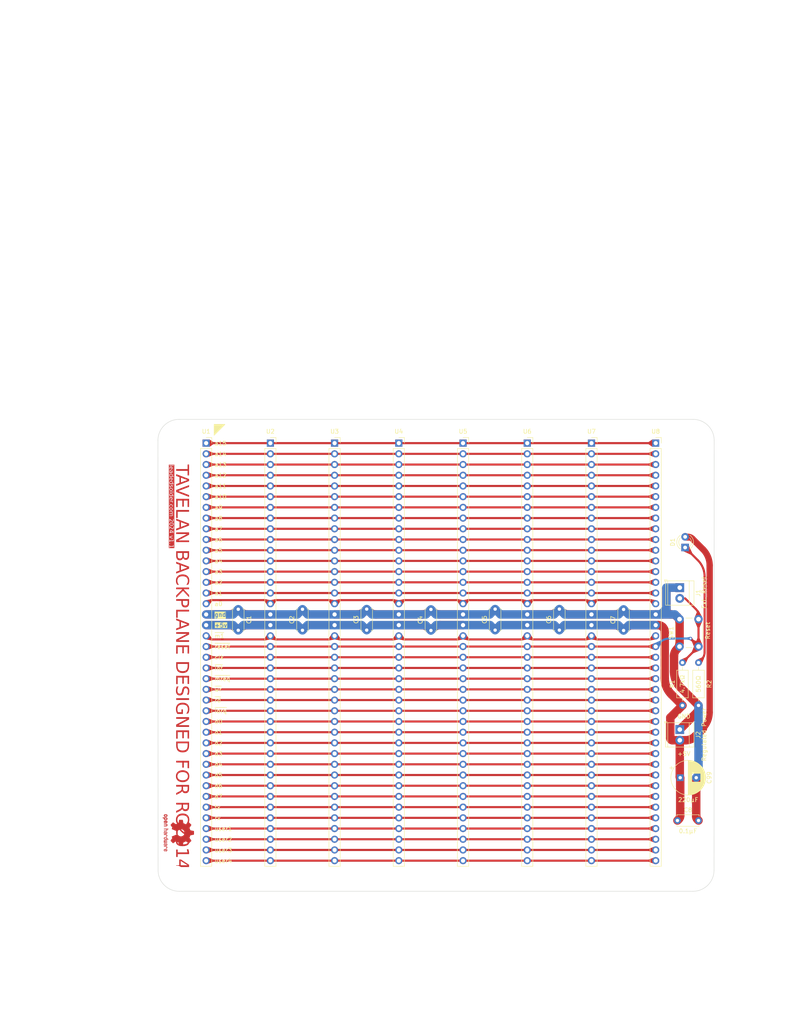
<source format=kicad_pcb>
(kicad_pcb (version 20240108) (generator "pcbnew") (generator_version "8.0")
  (layers (0 "F.Cu" signal) (31 "B.Cu" signal) (34 "B.Paste" user) (35 "F.Paste" user) (36 "B.SilkS" user "B.Silkscreen") (37 "F.SilkS" user "F.Silkscreen") (38 "B.Mask" user) (39 "F.Mask" user) (44 "Edge.Cuts" user))
  (net 0 "")
  (net 1 "GND")
  (net 2 "+5V")
  (net 3 "/~{RESET}")
  (net 4 "/User4")
  (net 5 "/User3")
  (net 6 "/User2")
  (net 7 "/User1")
  (net 8 "/RX")
  (net 9 "/TX")
  (net 10 "/d7")
  (net 11 "/d6")
  (net 12 "/d5")
  (net 13 "/d4")
  (net 14 "/d3")
  (net 15 "/d2")
  (net 16 "/d1")
  (net 17 "/d0")
  (net 18 "/~{IORQ}")
  (net 19 "/~{RD}")
  (net 20 "/~{WR}")
  (net 21 "/~{MREQ}")
  (net 22 "/~{INT}")
  (net 23 "/CLK")
  (net 24 "/~{M1}")
  (net 25 "/a0")
  (net 26 "/a1")
  (net 27 "/a2")
  (net 28 "/a3")
  (net 29 "/a4")
  (net 30 "/a5")
  (net 31 "/a6")
  (net 32 "/a7")
  (net 33 "/a8")
  (net 34 "/a9")
  (net 35 "/a10")
  (net 36 "/a11")
  (net 37 "/a12")
  (net 38 "/a13")
  (net 39 "/a14")
  (net 40 "/a15")
  (net 41 "Net-(D1-K)")
  (footprint "MountingHole:MountingHole_3.2mm_M3_DIN965" (layer "F.Cu") (at 84.5 142.5)
    (property "Reference" "REF**" (hide yes))
    (property "Value" "MountingHole_3.2mm_M3_DIN965")
  )
  (footprint "Capacitor_THT:C_Disc_D5.0mm_W2.5mm_P5.00mm" (layer "F.Cu") (at 99.06 85.05 90)
    (property "Reference" "C1")
    (property "Value" "0.1µF")
  )
  (footprint "LED_THT:LED_D3.0mm" (layer "F.Cu") (at 205.105 65.405 90)
    (property "Reference" "D1")
    (property "Value" "LED")
  )
  (footprint "TerminalBlock_TE-Connectivity:TerminalBlock_TE_282834-2_1x02_P2.54mm_Horizontal" (layer "F.Cu") (at 203.835 108.585 -90)
    (property "Reference" "J2")
    (property "Value" "Regulated_Power")
  )
  (footprint "TerminalBlock_TE-Connectivity:TerminalBlock_TE_282834-2_1x02_P2.54mm_Horizontal" (layer "F.Cu") (at 203.835 74.93 -90)
    (property "Reference" "J1")
    (property "Value" "Alternate_Reset")
  )
  (footprint "Capacitor_THT:C_Disc_D5.0mm_W2.5mm_P5.00mm" (layer "F.Cu") (at 160.02 85.01 90)
    (property "Reference" "C5")
    (property "Value" "0.1µF")
  )
  (footprint "Capacitor_THT:C_Disc_D5.0mm_W2.5mm_P5.00mm" (layer "F.Cu") (at 114.3 85.05 90)
    (property "Reference" "C2")
    (property "Value" "0.1µF")
  )
  (footprint "Symbol:OSHW-Logo2_9.8x8mm_Copper" (layer "F.Cu") (at 84.836 133.096 -90)
    (property "Reference" "REF**" (hide yes))
    (property "Value" "OSHW-Logo2_9.8x8mm_Copper" (hide yes))
  )
  (footprint "Capacitor_THT:C_Disc_D5.0mm_W2.5mm_P5.00mm" (layer "F.Cu") (at 144.78 85.09 90)
    (property "Reference" "C4")
    (property "Value" "0.1µF")
  )
  (footprint "Capacitor_THT:CP_Radial_D8.0mm_P3.80mm" (layer "F.Cu") (at 203.937349 120.015)
    (property "Reference" "C99")
    (property "Value" "220µF")
  )
  (footprint "Capacitor_THT:C_Disc_D5.0mm_W2.5mm_P5.00mm" (layer "F.Cu") (at 129.54 85.01 90)
    (property "Reference" "C3")
    (property "Value" "0.1µF")
  )
  (footprint "Connector_PinSocket_2.54mm:PinSocket_1x40_P2.54mm_Vertical" (layer "F.Cu") (at 167.64 40.64)
    (property "Reference" "U6")
    (property "Value" "~")
  )
  (footprint "Connector_PinSocket_2.54mm:PinSocket_1x40_P2.54mm_Vertical" (layer "F.Cu") (at 106.68 40.64)
    (property "Reference" "U2")
    (property "Value" "~")
  )
  (footprint "Resistor_THT:R_Axial_DIN0207_L6.3mm_D2.5mm_P10.16mm_Horizontal" (layer "F.Cu") (at 204.47 102.87 90)
    (property "Reference" "R1")
    (property "Value" "4.7kΩ")
  )
  (footprint "Connector_PinSocket_2.54mm:PinSocket_1x40_P2.54mm_Vertical" (layer "F.Cu") (at 91.44 40.64)
    (property "Reference" "U1")
    (property "Value" "~")
  )
  (footprint "Capacitor_THT:C_Disc_D5.0mm_W2.5mm_P5.00mm" (layer "F.Cu") (at 190.5 85.09 90)
    (property "Reference" "C7")
    (property "Value" "0.1µF")
  )
  (footprint "Capacitor_THT:C_Disc_D5.0mm_W2.5mm_P5.00mm" (layer "F.Cu") (at 175.26 85.01 90)
    (property "Reference" "C6")
    (property "Value" "0.1µF")
  )
  (footprint "Capacitor_THT:C_Disc_D5.0mm_W2.5mm_P5.00mm" (layer "F.Cu") (at 203.28 130.175)
    (property "Reference" "C8")
    (property "Value" "0.1µF")
  )
  (footprint "MountingHole:MountingHole_3.2mm_M3_DIN965" (layer "F.Cu") (at 207.5 39.5)
    (property "Reference" "REF**" (hide yes))
    (property "Value" "MountingHole_3.2mm_M3_DIN965")
  )
  (footprint "MountingHole:MountingHole_3.2mm_M3_DIN965" (layer "F.Cu") (at 207.5 142.5)
    (property "Reference" "REF**" (hide yes))
    (property "Value" "MountingHole_3.2mm_M3_DIN965")
  )
  (footprint "MountingHole:MountingHole_3.2mm_M3_DIN965" (layer "F.Cu") (at 84.5 39.5)
    (property "Reference" "REF**" (hide yes))
    (property "Value" "MountingHole_3.2mm_M3_DIN965")
  )
  (footprint "Connector_PinSocket_2.54mm:PinSocket_1x40_P2.54mm_Vertical" (layer "F.Cu") (at 152.4 40.64)
    (property "Reference" "U5")
    (property "Value" "~")
  )
  (footprint "Resistor_THT:R_Axial_DIN0207_L6.3mm_D2.5mm_P10.16mm_Horizontal" (layer "F.Cu") (at 208.28 102.87 90)
    (property "Reference" "R2")
    (property "Value" "560Ω")
  )
  (footprint "Connector_PinSocket_2.54mm:PinSocket_1x40_P2.54mm_Vertical" (layer "F.Cu") (at 137.16 40.64)
    (property "Reference" "U4")
    (property "Value" "~")
  )
  (footprint "Connector_PinSocket_2.54mm:PinSocket_1x40_P2.54mm_Vertical" (layer "F.Cu") (at 121.92 40.64)
    (property "Reference" "U3")
    (property "Value" "~")
  )
  (footprint "Button_Switch_THT:SW_PUSH_6mm" (layer "F.Cu") (at 203.78 88.9 90)
    (property "Reference" "SW1")
    (property "Value" "Reset")
  )
  (footprint "Connector_PinSocket_2.54mm:PinSocket_1x40_P2.54mm_Vertical" (layer "F.Cu") (at 182.88 40.64)
    (property "Reference" "U7")
    (property "Value" "~")
  )
  (footprint "Connector_PinSocket_2.54mm:PinSocket_1x40_P2.54mm_Vertical" (layer "F.Cu") (at 198.12 40.64)
    (property "Reference" "U8")
    (property "Value" "~")
  )
  (gr_poly (pts (xy 93.345 38.735) (xy 93.345 36.195) (xy 95.885 36.195)) (stroke (width 0.15)) (fill solid) (layer "F.SilkS"))
  (gr_line (start 85.035534 146.964466) (end 206.964466 146.964466) (stroke (width 0.1)) (layer "Edge.Cuts"))
  (gr_line (start 207 35) (end 85 35) (stroke (width 0.1)) (layer "Edge.Cuts"))
  (gr_line (start 211.964466 141.964466) (end 212 40) (stroke (width 0.1)) (layer "Edge.Cuts"))
  (gr_arc (start 85.035534 146.964466) (mid 81.5 145.5) (end 80.035534 141.964466) (stroke (width 0.1)) (layer "Edge.Cuts"))
  (gr_arc (start 211.964466 141.964466) (mid 210.5 145.5) (end 206.964466 146.964466) (stroke (width 0.1)) (layer "Edge.Cuts"))
  (gr_line (start 80 40) (end 80.035534 141.964466) (stroke (width 0.1)) (layer "Edge.Cuts"))
  (gr_arc (start 207 35) (mid 210.535534 36.464466) (end 212 40) (stroke (width 0.1)) (layer "Edge.Cuts"))
  (gr_arc (start 80 40) (mid 81.464466 36.464466) (end 85 35) (stroke (width 0.1)) (layer "Edge.Cuts"))
  (gr_text "leadedsolder.com 2024 v1.1" (at 82.55 45.72 270) (layer "F.Cu" knockout) (effects (font (size 1 1)) (justify left bottom)))
  (gr_text "TAVELAN BACKPLANE DESIGNED FOR RC2014" (at 83.82 45.72 270) (layer "F.Cu") (effects (font (size 3 3)) (justify left bottom)))
  (gr_text "user4" (at 93.345 140.335 0) (layer "F.SilkS") (effects (font (size 1 1)) (justify left bottom)))
  (gr_text "a3" (at 93.345 71.755 0) (layer "F.SilkS") (effects (font (size 1 1)) (justify left bottom)))
  (gr_text "d6" (at 93.345 122.555 0) (layer "F.SilkS") (effects (font (size 1 1)) (justify left bottom)))
  (gr_text "d5" (at 93.345 120.015 0) (layer "F.SilkS") (effects (font (size 1 1)) (justify left bottom)))
  (gr_text "a8" (at 93.345 59.055 0) (layer "F.SilkS") (effects (font (size 1 1)) (justify left bottom)))
  (gr_text "user2" (at 93.345 135.255 0) (layer "F.SilkS") (effects (font (size 1 1)) (justify left bottom)))
  (gr_text "d1" (at 93.345 109.855 0) (layer "F.SilkS") (effects (font (size 1 1)) (justify left bottom)))
  (gr_text "d7" (at 93.345 125.095 0) (layer "F.SilkS") (effects (font (size 1 1)) (justify left bottom)))
  (gr_text "~{wr}" (at 93.345 99.695 0) (layer "F.SilkS") (effects (font (size 1 1)) (justify left bottom)))
  (gr_text "a0" (at 93.345 79.375 0) (layer "F.SilkS") (effects (font (size 1 1)) (justify left bottom)))
  (gr_text "d2" (at 93.345 112.395 0) (layer "F.SilkS") (effects (font (size 1 1)) (justify left bottom)))
  (gr_text "d0" (at 93.345 107.315 0) (layer "F.SilkS") (effects (font (size 1 1)) (justify left bottom)))
  (gr_text "~{reset}" (at 93.345 89.535 0) (layer "F.SilkS") (effects (font (size 1 1)) (justify left bottom)))
  (gr_text "GND" (at 203.2 106.045 0) (layer "F.SilkS") (effects (font (size 1 1)) (justify left bottom)))
  (gr_text "~{mreq}" (at 93.345 97.155 0) (layer "F.SilkS") (effects (font (size 1 1)) (justify left bottom)))
  (gr_text "~{int}" (at 93.345 94.615 0) (layer "F.SilkS") (effects (font (size 1 1)) (justify left bottom)))
  (gr_text "a2" (at 93.345 74.295 0) (layer "F.SilkS") (effects (font (size 1 1)) (justify left bottom)))
  (gr_text "~{iorq}" (at 93.345 104.775 0) (layer "F.SilkS") (effects (font (size 1 1)) (justify left bottom)))
  (gr_text "a13" (at 93.345 46.355 0) (layer "F.SilkS") (effects (font (size 1 1)) (justify left bottom)))
  (gr_text "a4" (at 93.345 69.215 0) (layer "F.SilkS") (effects (font (size 1 1)) (justify left bottom)))
  (gr_text "a15" (at 93.345 41.275 0) (layer "F.SilkS") (effects (font (size 1 1)) (justify left bottom)))
  (gr_text "Ext. Reset" (at 210.185 80.01 90) (layer "F.SilkS") (effects (font (size 1 1)) (justify left bottom)))
  (gr_text "clk" (at 93.345 92.075 0) (layer "F.SilkS") (effects (font (size 1 1)) (justify left bottom)))
  (gr_text "tx" (at 93.345 127.635 0) (layer "F.SilkS") (effects (font (size 1 1)) (justify left bottom)))
  (gr_text "d4" (at 93.345 117.475 0) (layer "F.SilkS") (effects (font (size 1 1)) (justify left bottom)))
  (gr_text "gnd" (at 93.345 81.915 0) (layer "F.SilkS" knockout) (effects (font (size 1 1)) (justify left bottom)))
  (gr_text "~{m1}" (at 93.345 86.995 0) (layer "F.SilkS") (effects (font (size 1 1)) (justify left bottom)))
  (gr_text "a12" (at 93.345 48.895 0) (layer "F.SilkS") (effects (font (size 1 1)) (justify left bottom)))
  (gr_text "a7" (at 93.345 61.595 0) (layer "F.SilkS") (effects (font (size 1 1)) (justify left bottom)))
  (gr_text "a14" (at 93.345 43.815 0) (layer "F.SilkS") (effects (font (size 1 1)) (justify left bottom)))
  (gr_text "~{rd}" (at 93.345 102.235 0) (layer "F.SilkS") (effects (font (size 1 1)) (justify left bottom)))
  (gr_text "a10" (at 93.345 53.975 0) (layer "F.SilkS") (effects (font (size 1 1)) (justify left bottom)))
  (gr_text "a9" (at 93.345 56.515 0) (layer "F.SilkS") (effects (font (size 1 1)) (justify left bottom)))
  (gr_text "user3" (at 93.345 137.795 0) (layer "F.SilkS") (effects (font (size 1 1)) (justify left bottom)))
  (gr_text "user1" (at 93.345 132.715 0) (layer "F.SilkS") (effects (font (size 1 1)) (justify left bottom)))
  (gr_text "+5V" (at 203.2 114.935 0) (layer "F.SilkS") (effects (font (size 1 1)) (justify left bottom)))
  (gr_text "a1" (at 93.345 76.835 0) (layer "F.SilkS") (effects (font (size 1 1)) (justify left bottom)))
  (gr_text "rx" (at 93.345 130.175 0) (layer "F.SilkS") (effects (font (size 1 1)) (justify left bottom)))
  (gr_text "+5v" (at 93.345 84.455 0) (layer "F.SilkS" knockout) (effects (font (size 1 1)) (justify left bottom)))
  (gr_text "a5" (at 93.345 66.675 0) (layer "F.SilkS") (effects (font (size 1 1)) (justify left bottom)))
  (gr_text "d3" (at 93.345 114.935 0) (layer "F.SilkS") (effects (font (size 1 1)) (justify left bottom)))
  (gr_text "Regulated Power" (at 210.185 116.205 90) (layer "F.SilkS") (effects (font (size 1 1)) (justify left bottom)))
  (gr_text "a6" (at 93.345 64.135 0) (layer "F.SilkS") (effects (font (size 1 1)) (justify left bottom)))
  (gr_text "a11" (at 93.345 51.435 0) (layer "F.SilkS") (effects (font (size 1 1)) (justify left bottom)))
  (segment (start 198.12 81.28) (end 199.66 81.28) (width 2) (layer "F.Cu") (net 1))
  (segment (start 202.47 94.806036) (end 202.47 91.136309) (width 2) (layer "F.Cu") (net 1))
  (segment (start 207.830987 104.589012) (end 203.835 108.585) (width 2) (layer "F.Cu") (net 1))
  (segment (start 203.28 81.9) (end 203.22 81.84) (width 2) (layer "F.Cu") (net 1))
  (segment (start 198.12 81.28) (end 192.531457 81.28) (width 2) (layer "F.Cu") (net 1))
  (segment (start 203.78 87.97369) (end 203.78 83.107106) (width 2) (layer "F.Cu") (net 1))
  (segment (start 200.873388 74.93) (end 203.835 74.93) (width 2) (layer "F.Cu") (net 1))
  (segment (start 201.66 81.28) (end 199.66 81.28) (width 2) (layer "F.Cu") (net 1))
  (segment (start 96.960258 81.28) (end 91.44 81.28) (width 2) (layer "F.Cu") (net 1))
  (segment (start 173.091974 81.28) (end 167.64 81.28) (width 2) (layer "F.Cu") (net 1))
  (segment (start 207.737349 129.248636) (end 207.737349 120.015) (width 2) (layer "F.Cu") (net 1))
  (segment (start 208.008674 129.903674) (end 208.28 130.175) (width 2) (layer "F.Cu") (net 1))
  (segment (start 146.811457 81.28) (end 152.4 81.28) (width 2) (layer "F.Cu") (net 1))
  (segment (start 188.468542 81.28) (end 182.88 81.28) (width 2) (layer "F.Cu") (net 1))
  (segment (start 208.28 103.505) (end 208.28 102.87) (width 2) (layer "F.Cu") (net 1))
  (segment (start 101.159741 81.28) (end 106.68 81.28) (width 2) (layer "F.Cu") (net 1))
  (segment (start 204.063792 98.653792) (end 208.28 102.87) (width 2) (layer "F.Cu") (net 1))
  (segment (start 203.28 81.9) (end 202.78 81.4) (width 2) (layer "F.Cu") (net 1))
  (segment (start 142.748542 81.28) (end 137.16 81.28) (width 2) (layer "F.Cu") (net 1))
  (segment (start 182.88 81.28) (end 177.428025 81.28) (width 2) (layer "F.Cu") (net 1))
  (segment (start 201.66 81.28) (end 201.86804 81.28) (width 2) (layer "F.Cu") (net 1))
  (segment (start 137.16 81.28) (end 131.708025 81.28) (width 2) (layer "F.Cu") (net 1))
  (segment (start 127.371974 81.28) (end 121.92 81.28) (width 2) (layer "F.Cu") (net 1))
  (segment (start 200.66 75.143388) (end 200.66 80.28) (width 2) (layer "F.Cu") (net 1))
  (arc (start 203.28 81.9) (mid 203.650054 82.453825) (end 203.78 83.107106) (width 2) (layer "F.Cu") (net 1))
  (arc (start 203.125 89.555) (mid 202.640228 90.28051) (end 202.47 91.136309) (width 2) (layer "F.Cu") (net 1))
  (arc (start 175.895 80.645) (mid 176.598357 81.114968) (end 177.428025 81.28) (width 2) (layer "F.Cu") (net 1))
  (arc (start 98.445 80.665) (mid 97.763794 81.120166) (end 96.960258 81.28) (width 2) (layer "F.Cu") (net 1))
  (arc (start 203.78 87.97369) (mid 203.609771 88.829488) (end 203.125 89.555) (width 2) (layer "F.Cu") (net 1))
  (arc (start 175.895 80.645) (mid 175.26 80.381974) (end 174.625 80.645) (width 2) (layer "F.Cu") (net 1))
  (arc (start 145.375 80.685) (mid 146.034052 81.125364) (end 146.811457 81.28) (width 2) (layer "F.Cu") (net 1))
  (arc (start 191.095 80.685) (mid 190.5 80.438542) (end 189.905 80.685) (width 2) (layer "F.Cu") (net 1))
  (arc (start 203.78 83.107106) (mid 203.650054 82.453825) (end 203.28 81.9) (width 2) (layer "F.Cu") (net 1))
  (arc (start 99.675 80.665) (mid 99.06 80.410258) (end 98.445 80.665) (width 2) (layer "F.Cu") (net 1))
  (arc (start 199.66 81.28) (mid 200.367106 80.987106) (end 200.66 80.28) (width 2) (layer "F.Cu") (net 1))
  (arc (start 189.905 80.685) (mid 189.245947 81.125364) (end 188.468542 81.28) (width 2) (layer "F.Cu") (net 1))
  (arc (start 130.175 80.645) (mid 130.878357 81.114968) (end 131.708025 81.28) (width 2) (layer "F.Cu") (net 1))
  (arc (start 144.185 80.685) (mid 143.525947 81.125364) (end 142.748542 81.28) (width 2) (layer "F.Cu") (net 1))
  (arc (start 207.737349 129.248636) (mid 207.807864 129.60314) (end 208.008674 129.903674) (width 2) (layer "F.Cu") (net 1))
  (arc (start 203.28 81.9) (mid 203.28 81.9) (end 203.28 81.9) (width 2) (layer "F.Cu") (net 1))
  (arc (start 208.28 103.505) (mid 208.163305 104.091663) (end 207.830987 104.589012) (width 2) (layer "F.Cu") (net 1))
  (arc (start 145.375 80.685) (mid 144.78 80.438542) (end 144.185 80.685) (width 2) (layer "F.Cu") (net 1))
  (arc (start 99.675 80.665) (mid 100.356205 81.120166) (end 101.159741 81.28) (width 2) (layer "F.Cu") (net 1))
  (arc (start 200.873388 74.93) (mid 200.791728 74.946243) (end 200.7225 74.9925) (width 2) (layer "F.Cu") (net 1))
  (arc (start 130.175 80.645) (mid 129.54 80.381974) (end 128.905 80.645) (width 2) (layer "F.Cu") (net 1))
  (arc (start 200.7225 74.9925) (mid 200.676243 75.061728) (end 200.66 75.143388) (width 2) (layer "F.Cu") (net 1))
  (arc (start 203.22 81.84) (mid 202.599715 81.425539) (end 201.86804 81.28) (width 2) (layer "F.Cu") (net 1))
  (arc (start 200.66 80.28) (mid 200.952893 80.987106) (end 201.66 81.28) (width 2) (layer "F.Cu") (net 1))
  (arc (start 191.095 80.685) (mid 191.754052 81.125364) (end 192.531457 81.28) (width 2) (layer "F.Cu") (net 1))
  (arc (start 202.47 94.806036) (mid 202.884213 96.888426) (end 204.063792 98.653792) (width 2) (layer "F.Cu") (net 1))
  (arc (start 174.625 80.645) (mid 173.921641 81.114968) (end 173.091974 81.28) (width 2) (layer "F.Cu") (net 1))
  (arc (start 128.905 80.645) (mid 128.201641 81.114968) (end 127.371974 81.28) (width 2) (layer "F.Cu") (net 1))
  (segment (start 198.12 81.28) (end 199.322081 81.28) (width 2) (layer "B.Cu") (net 1))
  (segment (start 198.12 81.28) (end 202.66 81.28) (width 2) (layer "B.Cu") (net 1))
  (segment (start 121.92 81.28) (end 128.27 81.28) (width 2) (layer "B.Cu") (net 1))
  (segment (start 202.66 81.28) (end 203.78 82.4) (width 2) (layer "B.Cu") (net 1))
  (segment (start 100.29 81.28) (end 106.68 81.28) (width 2) (layer "B.Cu") (net 1))
  (segment (start 175.26 80.01) (end 176.53 81.28) (width 2) (layer "B.Cu") (net 1))
  (segment (start 152.4 81.28) (end 158.75 81.28) (width 2) (layer "B.Cu") (net 1))
  (segment (start 143.59 81.28) (end 144.78 80.09) (width 2) (layer "B.Cu") (net 1))
  (segment (start 145.97 81.28) (end 152.4 81.28) (width 2) (layer "B.Cu") (net 1))
  (segment (start 129.54 80.01) (end 130.81 81.28) (width 2) (layer "B.Cu") (net 1))
  (segment (start 176.53 81.28) (end 182.88 81.28) (width 2) (layer "B.Cu") (net 1))
  (segment (start 158.75 81.28) (end 160.02 80.01) (width 2) (layer "B.Cu") (net 1))
  (segment (start 167.64 81.28) (end 173.99 81.28) (width 2) (layer "B.Cu") (net 1))
  (segment (start 130.81 81.28) (end 137.16 81.28) (width 2) (layer "B.Cu") (net 1))
  (segment (start 161.29 81.28) (end 167.64 81.28) (width 2) (layer "B.Cu") (net 1))
  (segment (start 199.322081 81.28) (end 200.66 79.942081) (width 2) (layer "B.Cu") (net 1))
  (segment (start 190.5 80.09) (end 191.69 81.28) (width 2) (layer "B.Cu") (net 1))
  (segment (start 189.31 81.28) (end 190.5 80.09) (width 2) (layer "B.Cu") (net 1))
  (segment (start 99.06 80.05) (end 100.29 81.28) (width 2) (layer "B.Cu") (net 1))
  (segment (start 208.008674 119.743674) (end 207.737349 120.015) (width 2) (layer "B.Cu") (net 1))
  (segment (start 173.99 81.28) (end 175.26 80.01) (width 2) (layer "B.Cu") (net 1))
  (segment (start 97.83 81.28) (end 99.06 80.05) (width 2) (layer "B.Cu") (net 1))
  (segment (start 200.66 74.93) (end 203.835 74.93) (width 2) (layer "B.Cu") (net 1))
  (segment (start 144.78 80.09) (end 145.97 81.28) (width 2) (layer "B.Cu") (net 1))
  (segment (start 114.3 80.05) (end 115.53 81.28) (width 2) (layer "B.Cu") (net 1))
  (segment (start 113.07 81.28) (end 114.3 80.05) (width 2) (layer "B.Cu") (net 1))
  (segment (start 106.68 81.28) (end 113.07 81.28) (width 2) (layer "B.Cu") (net 1))
  (segment (start 137.16 81.28) (end 143.59 81.28) (width 2) (layer "B.Cu") (net 1))
  (segment (start 182.88 81.28) (end 189.31 81.28) (width 2) (layer "B.Cu") (net 1))
  (segment (start 128.27 81.28) (end 129.54 80.01) (width 2) (layer "B.Cu") (net 1))
  (segment (start 160.02 80.01) (end 161.29 81.28) (width 2) (layer "B.Cu") (net 1))
  (segment (start 91.44 81.28) (end 97.83 81.28) (width 2) (layer "B.Cu") (net 1))
  (segment (start 200.66 79.942081) (end 200.66 74.93) (width 2) (layer "B.Cu") (net 1))
  (segment (start 191.69 81.28) (end 198.12 81.28) (width 2) (layer "B.Cu") (net 1))
  (segment (start 115.53 81.28) (end 121.92 81.28) (width 2) (layer "B.Cu") (net 1))
  (segment (start 208.28 119.088636) (end 208.28 102.87) (width 2) (layer "B.Cu") (net 1))
  (arc (start 208.28 119.088636) (mid 208.209484 119.44314) (end 208.008674 119.743674) (width 2) (layer "B.Cu") (net 1))
  (segment (start 203.937349 120.087371) (end 203.937349 129.052835) (width 2) (layer "F.Cu") (net 2))
  (segment (start 202.08006 111.125) (end 203.835 111.125) (width 2) (layer "F.Cu") (net 2))
  (segment (start 201.863792 100.263792) (end 204.47 102.87) (width 2) (layer "F.Cu") (net 2))
  (segment (start 201.585 105.755) (end 201.585 110.629939) (width 2) (layer "F.Cu") (net 2))
  (segment (start 152.4 83.82) (end 146.948025 83.82) (width 2) (layer "F.Cu") (net 2))
  (segment (start 210.93 69.671171) (end 210.93 104.506036) (width 1.5) (layer "F.Cu") (net 2))
  (segment (start 200.27 85.438198) (end 200.27 96.416036) (width 2) (layer "F.Cu") (net 2))
  (segment (start 203.835 119.840279) (end 203.835 111.125) (width 2) (layer "F.Cu") (net 2))
  (segment (start 205.2 111.125) (end 203.835 111.125) (width 2) (layer "F.Cu") (net 2))
  (segment (start 199.79604 84.293959) (end 199.74708 84.244999) (width 2) (layer "F.Cu") (net 2))
  (segment (start 209.336207 65.823415) (end 206.827791 63.314999) (width 1.5) (layer "F.Cu") (net 2))
  (segment (start 192.668025 83.82) (end 197.518959 83.82) (width 2) (layer "F.Cu") (net 2))
  (segment (start 182.88 83.82) (end 188.331974 83.82) (width 2) (layer "F.Cu") (net 2))
  (segment (start 209.336206 108.353792) (end 207.5302 110.159799) (width 2) (layer "F.Cu") (net 2))
  (segment (start 205.741396 62.865) (end 205.105 62.865) (width 1.5) (layer "F.Cu") (net 2))
  (segment (start 137.16 83.82) (end 142.611974 83.82) (width 2) (layer "F.Cu") (net 2))
  (segment (start 198.72104 83.82) (end 197.518959 83.82) (width 2) (layer "F.Cu") (net 2))
  (segment (start 101.159741 83.82) (end 106.68 83.82) (width 2) (layer "F.Cu") (net 2))
  (segment (start 204.47 102.87) (end 201.585 105.755) (width 2) (layer "F.Cu") (net 2))
  (segment (start 203.608674 129.846325) (end 203.28 130.175) (width 2) (layer "F.Cu") (net 2))
  (segment (start 96.960258 83.82) (end 91.44 83.82) (width 2) (layer "F.Cu") (net 2))
  (arc (start 201.73 110.98) (mid 201.890609 111.087315) (end 202.08006 111.125) (width 2) (layer "F.Cu") (net 2))
  (arc (start 144.145 84.455) (mid 144.78 84.718025) (end 145.415 84.455) (width 2) (layer "F.Cu") (net 2))
  (arc (start 199.74708 84.244999) (mid 199.276329 83.930453) (end 198.72104 83.82) (width 2) (layer "F.Cu") (net 2))
  (arc (start 98.445 84.435) (mid 99.059999 84.689741) (end 99.675 84.435) (width 2) (layer "F.Cu") (net 2))
  (arc (start 210.93 104.506036) (mid 210.515786 106.588426) (end 209.336206 108.353792) (width 1.5) (layer "F.Cu") (net 2))
  (arc (start 98.445 84.435) (mid 97.763794 83.979833) (end 96.960258 83.82) (width 2) (layer "F.Cu") (net 2))
  (arc (start 207.5302 110.159799) (mid 206.461095 110.874152) (end 205.2 111.125) (width 2) (layer "F.Cu") (net 2))
  (arc (start 192.668025 83.82) (mid 191.838357 83.985031) (end 191.135 84.455) (width 2) (layer "F.Cu") (net 2))
  (arc (start 209.336207 65.823415) (mid 210.515786 67.58878) (end 210.93 69.671171) (width 1.5) (layer "F.Cu") (net 2))
  (arc (start 206.827791 63.314999) (mid 206.329348 62.98195) (end 205.741396 62.865) (width 1.5) (layer "F.Cu") (net 2))
  (arc (start 189.865 84.455) (mid 189.161641 83.985031) (end 188.331974 83.82) (width 2) (layer "F.Cu") (net 2))
  (arc (start 203.937349 129.052835) (mid 203.851929 129.482268) (end 203.608674 129.846325) (width 2) (layer "F.Cu") (net 2))
  (arc (start 101.159741 83.82) (mid 100.356205 83.979833) (end 99.675 84.435) (width 2) (layer "F.Cu") (net 2))
  (arc (start 189.865 84.455) (mid 190.5 84.718025) (end 191.135 84.455) (width 2) (layer "F.Cu") (net 2))
  (arc (start 144.145 84.455) (mid 143.441641 83.985031) (end 142.611974 83.82) (width 2) (layer "F.Cu") (net 2))
  (arc (start 146.948025 83.82) (mid 146.118357 83.985031) (end 145.415 84.455) (width 2) (layer "F.Cu") (net 2))
  (arc (start 200.27 96.416036) (mid 200.684213 98.498426) (end 201.863792 100.263792) (width 2) (layer "F.Cu") (net 2))
  (arc (start 199.79604 84.293959) (mid 200.146821 84.81894) (end 200.27 85.438198) (width 2) (layer "F.Cu") (net 2))
  (arc (start 203.886174 119.963825) (mid 203.924049 120.020508) (end 203.937349 120.087371) (width 2) (layer "F.Cu") (net 2))
  (arc (start 201.585 110.629939) (mid 201.622684 110.81939) (end 201.73 110.98) (width 2) (layer "F.Cu") (net 2))
  (arc (start 203.835 119.840279) (mid 203.848299 119.907141) (end 203.886174 119.963825) (width 2) (layer "F.Cu") (net 2))
  (segment (start 190.5 85.09) (end 189.23 83.82) (width 2) (layer "B.Cu") (net 2))
  (segment (start 137.16 83.82) (end 130.73 83.82) (width 2) (layer "B.Cu") (net 2))
  (segment (start 115.53 83.82) (end 114.3 85.05) (width 2) (layer "B.Cu") (net 2))
  (segment (start 198.12 83.82) (end 191.77 83.82) (width 2) (layer "B.Cu") (net 2))
  (segment (start 161.21 83.82) (end 160.02 85.01) (width 2) (layer "B.Cu") (net 2))
  (segment (start 129.54 85.01) (end 128.35 83.82) (width 2) (layer "B.Cu") (net 2))
  (segment (start 174.07 83.82) (end 167.64 83.82) (width 2) (layer "B.Cu") (net 2))
  (segment (start 100.29 83.82) (end 99.06 85.05) (width 2) (layer "B.Cu") (net 2))
  (segment (start 191.77 83.82) (end 190.5 85.09) (width 2) (layer "B.Cu") (net 2))
  (segment (start 97.83 83.82) (end 91.44 83.82) (width 2) (layer "B.Cu") (net 2))
  (segment (start 175.26 85.01) (end 174.07 83.82) (width 2) (layer "B.Cu") (net 2))
  (segment (start 113.07 83.82) (end 106.68 83.82) (width 2) (layer "B.Cu") (net 2))
  (segment (start 189.23 83.82) (end 182.88 83.82) (width 2) (layer "B.Cu") (net 2))
  (segment (start 144.78 85.09) (end 143.51 83.82) (width 2) (layer "B.Cu") (net 2))
  (segment (start 167.64 83.82) (end 161.21 83.82) (width 2) (layer "B.Cu") (net 2))
  (segment (start 143.51 83.82) (end 137.16 83.82) (width 2) (layer "B.Cu") (net 2))
  (segment (start 158.83 83.82) (end 152.4 83.82) (width 2) (layer "B.Cu") (net 2))
  (segment (start 114.3 85.05) (end 113.07 83.82) (width 2) (layer "B.Cu") (net 2))
  (segment (start 121.92 83.82) (end 115.53 83.82) (width 2) (layer "B.Cu") (net 2))
  (segment (start 160.02 85.01) (end 158.83 83.82) (width 2) (layer "B.Cu") (net 2))
  (segment (start 176.45 83.82) (end 175.26 85.01) (width 2) (layer "B.Cu") (net 2))
  (segment (start 128.35 83.82) (end 121.92 83.82) (width 2) (layer "B.Cu") (net 2))
  (segment (start 106.68 83.82) (end 100.29 83.82) (width 2) (layer "B.Cu") (net 2))
  (segment (start 152.4 83.82) (end 146.05 83.82) (width 2) (layer "B.Cu") (net 2))
  (segment (start 130.73 83.82) (end 129.54 85.01) (width 2) (layer "B.Cu") (net 2))
  (segment (start 146.05 83.82) (end 144.78 85.09) (width 2) (layer "B.Cu") (net 2))
  (segment (start 182.88 83.82) (end 176.45 83.82) (width 2) (layer "B.Cu") (net 2))
  (segment (start 99.06 85.05) (end 97.83 83.82) (width 2) (layer "B.Cu") (net 2))
  (segment (start 208.28 88.9) (end 206.375 86.995) (width 0.5) (layer "F.Cu") (net 3))
  (segment (start 207.659513 80.024513) (end 205.105 77.47) (width 0.5) (layer "F.Cu") (net 3))
  (segment (start 91.44 88.9) (end 198.12 88.9) (width 0.5) (layer "F.Cu") (net 3))
  (segment (start 208.28 81.5225) (end 208.28 83.2775) (width 0.5) (layer "F.Cu") (net 3))
  (segment (start 208.28 88.9) (end 208.28 83.2775) (width 0.5) (layer "F.Cu") (net 3))
  (segment (start 208.28 88.9) (end 204.47 92.71) (width 0.5) (layer "F.Cu") (net 3))
  (via (at 206.375 86.995) (size 0.8) (drill 0.4) (layers "F.Cu" "B.Cu") (net 3))
  (arc (start 207.659513 80.024513) (mid 208.11874 80.711795) (end 208.28 81.5225) (width 0.5) (layer "F.Cu") (net 3))
  (segment (start 201.372038 86.995) (end 206.375 86.995) (width 0.5) (layer "B.Cu") (net 3))
  (segment (start 199.0725 87.9475) (end 198.12 88.9) (width 0.5) (layer "B.Cu") (net 3))
  (arc (start 201.372038 86.995) (mid 200.127537 87.242546) (end 199.0725 87.9475) (width 0.5) (layer "B.Cu") (net 3))
  (segment (start 91.44 139.7) (end 198.12 139.7) (width 0.5) (layer "F.Cu") (net 4))
  (segment (start 198.12 137.16) (end 91.44 137.16) (width 0.5) (layer "F.Cu") (net 5))
  (segment (start 91.44 134.62) (end 198.12 134.62) (width 0.5) (layer "F.Cu") (net 6))
  (segment (start 198.12 132.08) (end 91.44 132.08) (width 0.5) (layer "F.Cu") (net 7))
  (segment (start 91.44 129.54) (end 198.12 129.54) (width 0.5) (layer "F.Cu") (net 8))
  (segment (start 198.12 127) (end 91.44 127) (width 0.5) (layer "F.Cu") (net 9))
  (segment (start 91.44 124.46) (end 198.12 124.46) (width 0.5) (layer "F.Cu") (net 10))
  (segment (start 198.12 121.92) (end 91.44 121.92) (width 0.5) (layer "F.Cu") (net 11))
  (segment (start 91.44 119.38) (end 198.12 119.38) (width 0.5) (layer "F.Cu") (net 12))
  (segment (start 198.12 116.84) (end 91.44 116.84) (width 0.5) (layer "F.Cu") (net 13))
  (segment (start 91.44 114.3) (end 198.12 114.3) (width 0.5) (layer "F.Cu") (net 14))
  (segment (start 198.12 111.76) (end 91.44 111.76) (width 0.5) (layer "F.Cu") (net 15))
  (segment (start 91.44 109.22) (end 198.12 109.22) (width 0.5) (layer "F.Cu") (net 16))
  (segment (start 198.12 106.68) (end 91.44 106.68) (width 0.5) (layer "F.Cu") (net 17))
  (segment (start 91.44 104.14) (end 198.12 104.14) (width 0.5) (layer "F.Cu") (net 18))
  (segment (start 198.12 101.6) (end 91.44 101.6) (width 0.5) (layer "F.Cu") (net 19))
  (segment (start 91.44 99.06) (end 198.12 99.06) (width 0.5) (layer "F.Cu") (net 20))
  (segment (start 198.12 96.52) (end 91.44 96.52) (width 0.5) (layer "F.Cu") (net 21))
  (segment (start 91.44 93.98) (end 198.12 93.98) (width 0.5) (layer "F.Cu") (net 22))
  (segment (start 198.12 91.44) (end 91.44 91.44) (width 0.5) (layer "F.Cu") (net 23))
  (segment (start 138.61104 87.21) (end 150.948959 87.21) (width 0.5) (layer "F.Cu") (net 24))
  (segment (start 120.468959 87.21) (end 108.13104 87.21) (width 0.5) (layer "F.Cu") (net 24))
  (segment (start 169.09104 87.21) (end 181.428959 87.21) (width 0.5) (layer "F.Cu") (net 24))
  (segment (start 197.695 86.785) (end 198.12 86.36) (width 0.5) (layer "F.Cu") (net 24))
  (segment (start 166.188959 87.21) (end 153.85104 87.21) (width 0.5) (layer "F.Cu") (net 24))
  (segment (start 135.708959 87.21) (end 123.37104 87.21) (width 0.5) (layer "F.Cu") (net 24))
  (segment (start 91.865 86.785) (end 91.44 86.36) (width 0.5) (layer "F.Cu") (net 24))
  (segment (start 92.89104 87.21) (end 105.228959 87.21) (width 0.5) (layer "F.Cu") (net 24))
  (segment (start 196.668959 87.21) (end 184.33104 87.21) (width 0.5) (layer "F.Cu") (net 24))
  (arc (start 183.305 86.785) (mid 182.88 86.608959) (end 182.455 86.785) (width 0.5) (layer "F.Cu") (net 24))
  (arc (start 197.695 86.785) (mid 197.224248 87.099546) (end 196.668959 87.21) (width 0.5) (layer "F.Cu") (net 24))
  (arc (start 91.865 86.785) (mid 92.335751 87.099546) (end 92.89104 87.21) (width 0.5) (layer "F.Cu") (net 24))
  (arc (start 167.215 86.785) (mid 166.744248 87.099546) (end 166.188959 87.21) (width 0.5) (layer "F.Cu") (net 24))
  (arc (start 168.065 86.785) (mid 167.64 86.608959) (end 167.215 86.785) (width 0.5) (layer "F.Cu") (net 24))
  (arc (start 122.345 86.785) (mid 122.815751 87.099546) (end 123.37104 87.21) (width 0.5) (layer "F.Cu") (net 24))
  (arc (start 168.065 86.785) (mid 168.535751 87.099546) (end 169.09104 87.21) (width 0.5) (layer "F.Cu") (net 24))
  (arc (start 152.825 86.785) (mid 153.295751 87.099546) (end 153.85104 87.21) (width 0.5) (layer "F.Cu") (net 24))
  (arc (start 137.585 86.785) (mid 137.16 86.608959) (end 136.735 86.785) (width 0.5) (layer "F.Cu") (net 24))
  (arc (start 121.495 86.785) (mid 121.024248 87.099546) (end 120.468959 87.21) (width 0.5) (layer "F.Cu") (net 24))
  (arc (start 182.455 86.785) (mid 181.984248 87.099546) (end 181.428959 87.21) (width 0.5) (layer "F.Cu") (net 24))
  (arc (start 136.735 86.785) (mid 136.264248 87.099546) (end 135.708959 87.21) (width 0.5) (layer "F.Cu") (net 24))
  (arc (start 151.975 86.785) (mid 151.504248 87.099546) (end 150.948959 87.21) (width 0.5) (layer "F.Cu") (net 24))
  (arc (start 183.305 86.785) (mid 183.775751 87.099546) (end 184.33104 87.21) (width 0.5) (layer "F.Cu") (net 24))
  (arc (start 107.105 86.785) (mid 106.68 86.608959) (end 106.255 86.785) (width 0.5) (layer "F.Cu") (net 24))
  (arc (start 152.825 86.785) (mid 152.4 86.608959) (end 151.975 86.785) (width 0.5) (layer "F.Cu") (net 24))
  (arc (start 122.345 86.785) (mid 121.92 86.608959) (end 121.495 86.785) (width 0.5) (layer "F.Cu") (net 24))
  (arc (start 137.585 86.785) (mid 138.055751 87.099546) (end 138.61104 87.21) (width 0.5) (layer "F.Cu") (net 24))
  (arc (start 107.105 86.785) (mid 107.575751 87.099546) (end 108.13104 87.21) (width 0.5) (layer "F.Cu") (net 24))
  (arc (start 106.255 86.785) (mid 105.784248 87.099546) (end 105.228959 87.21) (width 0.5) (layer "F.Cu") (net 24))
  (segment (start 108.13104 77.89) (end 120.468959 77.89) (width 0.5) (layer "F.Cu") (net 25))
  (segment (start 135.708959 77.89) (end 123.37104 77.89) (width 0.5) (layer "F.Cu") (net 25))
  (segment (start 181.428959 77.89) (end 169.09104 77.89) (width 0.5) (layer "F.Cu") (net 25))
  (segment (start 91.865 78.315) (end 91.44 78.74) (width 0.5) (layer "F.Cu") (net 25))
  (segment (start 153.85104 77.89) (end 166.188959 77.89) (width 0.5) (layer "F.Cu") (net 25))
  (segment (start 150.948959 77.89) (end 138.61104 77.89) (width 0.5) (layer "F.Cu") (net 25))
  (segment (start 196.668959 77.89) (end 184.33104 77.89) (width 0.5) (layer "F.Cu") (net 25))
  (segment (start 197.695 78.315) (end 198.12 78.74) (width 0.5) (layer "F.Cu") (net 25))
  (segment (start 105.228959 77.89) (end 92.89104 77.89) (width 0.5) (layer "F.Cu") (net 25))
  (arc (start 121.495 78.315) (mid 121.92 78.49104) (end 122.345 78.315) (width 0.5) (layer "F.Cu") (net 25))
  (arc (start 108.13104 77.89) (mid 107.575751 78.000453) (end 107.105 78.315) (width 0.5) (layer "F.Cu") (net 25))
  (arc (start 106.255 78.315) (mid 106.68 78.49104) (end 107.105 78.315) (width 0.5) (layer "F.Cu") (net 25))
  (arc (start 123.37104 77.89) (mid 122.815751 78.000453) (end 122.345 78.315) (width 0.5) (layer "F.Cu") (net 25))
  (arc (start 151.975 78.315) (mid 152.4 78.49104) (end 152.825 78.315) (width 0.5) (layer "F.Cu") (net 25))
  (arc (start 182.455 78.315) (mid 182.88 78.49104) (end 183.305 78.315) (width 0.5) (layer "F.Cu") (net 25))
  (arc (start 197.695 78.315) (mid 197.224248 78.000453) (end 196.668959 77.89) (width 0.5) (layer "F.Cu") (net 25))
  (arc (start 182.455 78.315) (mid 181.984248 78.000453) (end 181.428959 77.89) (width 0.5) (layer "F.Cu") (net 25))
  (arc (start 138.61104 77.89) (mid 138.055751 78.000453) (end 137.585 78.315) (width 0.5) (layer "F.Cu") (net 25))
  (arc (start 121.495 78.315) (mid 121.024248 78.000453) (end 120.468959 77.89) (width 0.5) (layer "F.Cu") (net 25))
  (arc (start 136.735 78.315) (mid 137.16 78.49104) (end 137.585 78.315) (width 0.5) (layer "F.Cu") (net 25))
  (arc (start 184.33104 77.89) (mid 183.775751 78.000453) (end 183.305 78.315) (width 0.5) (layer "F.Cu") (net 25))
  (arc (start 92.89104 77.89) (mid 92.335751 78.000453) (end 91.865 78.315) (width 0.5) (layer "F.Cu") (net 25))
  (arc (start 136.735 78.315) (mid 136.264248 78.000453) (end 135.708959 77.89) (width 0.5) (layer "F.Cu") (net 25))
  (arc (start 153.85104 77.89) (mid 153.295751 78.000453) (end 152.825 78.315) (width 0.5) (layer "F.Cu") (net 25))
  (arc (start 169.09104 77.89) (mid 168.535751 78.000453) (end 168.065 78.315) (width 0.5) (layer "F.Cu") (net 25))
  (arc (start 151.975 78.315) (mid 151.504248 78.000453) (end 150.948959 77.89) (width 0.5) (layer "F.Cu") (net 25))
  (arc (start 106.255 78.315) (mid 105.784248 78.000453) (end 105.228959 77.89) (width 0.5) (layer "F.Cu") (net 25))
  (arc (start 167.215 78.315) (mid 167.64 78.49104) (end 168.065 78.315) (width 0.5) (layer "F.Cu") (net 25))
  (arc (start 167.215 78.315) (mid 166.744248 78.000453) (end 166.188959 77.89) (width 0.5) (layer "F.Cu") (net 25))
  (segment (start 91.44 76.2) (end 198.12 76.2) (width 0.5) (layer "F.Cu") (net 26))
  (segment (start 198.12 73.66) (end 91.44 73.66) (width 0.5) (layer "F.Cu") (net 27))
  (segment (start 91.44 71.12) (end 198.12 71.12) (width 0.5) (layer "F.Cu") (net 28))
  (segment (start 198.12 68.58) (end 91.44 68.58) (width 0.5) (layer "F.Cu") (net 29))
  (segment (start 91.44 66.04) (end 198.12 66.04) (width 0.5) (layer "F.Cu") (net 30))
  (segment (start 198.12 63.5) (end 91.44 63.5) (width 0.5) (layer "F.Cu") (net 31))
  (segment (start 91.44 60.96) (end 198.12 60.96) (width 0.5) (layer "F.Cu") (net 32))
  (segment (start 198.12 58.42) (end 91.44 58.42) (width 0.5) (layer "F.Cu") (net 33))
  (segment (start 91.44 55.88) (end 198.12 55.88) (width 0.5) (layer "F.Cu") (net 34))
  (segment (start 198.12 53.34) (end 91.44 53.34) (width 0.5) (layer "F.Cu") (net 35))
  (segment (start 91.44 50.8) (end 198.12 50.8) (width 0.5) (layer "F.Cu") (net 36))
  (segment (start 198.12 48.26) (end 91.44 48.26) (width 0.5) (layer "F.Cu") (net 37))
  (segment (start 91.44 45.72) (end 198.12 45.72) (width 0.5) (layer "F.Cu") (net 38))
  (segment (start 198.12 43.18) (end 91.44 43.18) (width 0.5) (layer "F.Cu") (net 39))
  (segment (start 91.44 40.64) (end 198.12 40.64) (width 0.5) (layer "F.Cu") (net 40))
  (segment (start 208.136207 68.436207) (end 205.105 65.405) (width 0.5) (layer "F.Cu") (net 41))
  (segment (start 209.73 72.283963) (end 209.73 90.234695) (width 0.5) (layer "F.Cu") (net 41))
  (segment (start 209.005 91.985) (end 208.28 92.71) (width 0.5) (layer "F.Cu") (net 41))
  (arc (start 208.136207 68.436207) (mid 209.315786 70.201572) (end 209.73 72.283963) (width 0.5) (layer "F.Cu") (net 41))
  (arc (start 209.73 90.234695) (mid 209.541578 91.181953) (end 209.005 91.985) (width 0.5) (layer "F.Cu") (net 41))
)
</source>
